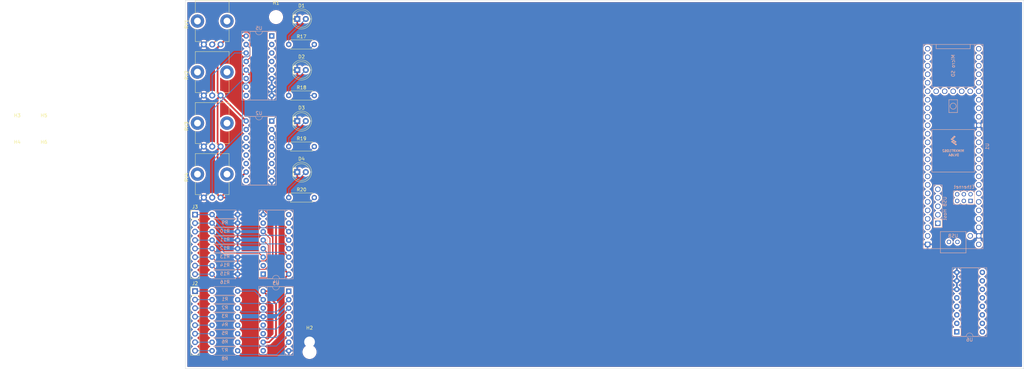
<source format=kicad_pcb>
(kicad_pcb (version 20171130) (host pcbnew "(5.1.6)-1")
  (layers (0 F.Cu signal) (31 B.Cu signal) (34 B.Paste user) (35 F.Paste user) (36 B.SilkS user) (37 F.SilkS user) (38 B.Mask user) (39 F.Mask user) (44 Edge.Cuts user))
  (net 0 "")
  (net 1 GND)
  (net 2 VCC)
  (net 3 "Net-(J2-Pad8)")
  (net 4 "Net-(J2-Pad7)")
  (net 5 "Net-(J2-Pad6)")
  (net 6 "Net-(J2-Pad5)")
  (net 7 "Net-(J2-Pad4)")
  (net 8 "Net-(J2-Pad3)")
  (net 9 "Net-(J2-Pad2)")
  (net 10 "Net-(J2-Pad1)")
  (net 11 "Net-(J3-Pad8)")
  (net 12 "Net-(J3-Pad7)")
  (net 13 "Net-(J3-Pad6)")
  (net 14 "Net-(J3-Pad5)")
  (net 15 "Net-(J3-Pad4)")
  (net 16 "Net-(J3-Pad3)")
  (net 17 "Net-(J3-Pad2)")
  (net 18 "Net-(J3-Pad1)")
  (net 19 "Net-(R1-Pad2)")
  (net 20 "Net-(R2-Pad2)")
  (net 21 "Net-(R3-Pad2)")
  (net 22 "Net-(R4-Pad2)")
  (net 23 "Net-(R5-Pad2)")
  (net 24 "Net-(R6-Pad2)")
  (net 25 "Net-(R7-Pad2)")
  (net 26 "Net-(R8-Pad2)")
  (net 27 "Net-(U1-Pad66)")
  (net 28 "Net-(U1-Pad67)")
  (net 29 "Net-(U1-Pad54)")
  (net 30 "Net-(U1-Pad53)")
  (net 31 "Net-(U1-Pad52)")
  (net 32 "Net-(U1-Pad51)")
  (net 33 "Net-(U1-Pad50)")
  (net 34 "Net-(U1-Pad62)")
  (net 35 "Net-(U1-Pad63)")
  (net 36 "Net-(U1-Pad64)")
  (net 37 "Net-(U1-Pad61)")
  (net 38 "Net-(U1-Pad65)")
  (net 39 "Net-(U1-Pad60)")
  (net 40 "Net-(U1-Pad17)")
  (net 41 "Net-(U1-Pad18)")
  (net 42 "Net-(U1-Pad19)")
  (net 43 "Net-(U1-Pad20)")
  (net 44 "Net-(U1-Pad16)")
  (net 45 "Net-(U1-Pad21)")
  (net 46 "Net-(U1-Pad22)")
  (net 47 "Net-(U1-Pad23)")
  (net 48 "Net-(U1-Pad24)")
  (net 49 "Net-(U1-Pad25)")
  (net 50 "Net-(U1-Pad26)")
  (net 51 "Net-(U1-Pad27)")
  (net 52 "Net-(U1-Pad28)")
  (net 53 "Net-(U1-Pad29)")
  (net 54 "Net-(U1-Pad30)")
  (net 55 "Net-(U1-Pad31)")
  (net 56 "Net-(U1-Pad32)")
  (net 57 "Net-(U1-Pad33)")
  (net 58 /Module1/IN_DATA_OUT)
  (net 59 IN_CLOCK)
  (net 60 IN_CLOCK_ENABLE)
  (net 61 IN_LOAD)
  (net 62 "Net-(U1-Pad35)")
  (net 63 "Net-(U1-Pad36)")
  (net 64 "Net-(U1-Pad37)")
  (net 65 OUT_CLOCK)
  (net 66 OUT_LATCH)
  (net 67 "Net-(U1-Pad40)")
  (net 68 "Net-(U1-Pad41)")
  (net 69 "Net-(U1-Pad42)")
  (net 70 "Net-(U1-Pad43)")
  (net 71 /Module1/OUT_DATA_IN)
  (net 72 "Net-(U1-Pad45)")
  (net 73 "Net-(U1-Pad46)")
  (net 74 "Net-(U1-Pad48)")
  (net 75 "Net-(U1-Pad55)")
  (net 76 "Net-(U1-Pad56)")
  (net 77 "Net-(U1-Pad57)")
  (net 78 "Net-(U1-Pad58)")
  (net 79 "Net-(U1-Pad59)")
  (net 80 "Net-(U1-Pad49)")
  (net 81 /Module1/OUT_DATA_OUT)
  (net 82 "Net-(U4-Pad7)")
  (net 83 /Module1/IN_DATA_IN)
  (net 84 "Net-(U2-Pad7)")
  (net 85 "Net-(U2-Pad6)")
  (net 86 "Net-(U2-Pad5)")
  (net 87 "Net-(U2-Pad4)")
  (net 88 "Net-(U5-Pad5)")
  (net 89 "Net-(U5-Pad4)")
  (net 90 "Net-(U5-Pad2)")
  (net 91 "Net-(U5-Pad1)")
  (net 92 "Net-(D1-Pad2)")
  (net 93 "Net-(D2-Pad2)")
  (net 94 "Net-(D3-Pad2)")
  (net 95 "Net-(D4-Pad2)")
  (net 96 "Net-(R17-Pad2)")
  (net 97 "Net-(R18-Pad2)")
  (net 98 "Net-(R19-Pad2)")
  (net 99 "Net-(R20-Pad2)")
  (net 100 /Module1/POT1)
  (net 101 /Module1/POT2)
  (net 102 /Module1/POT3)
  (net 103 /Module1/POT4)
  (net 104 /ANA_MAIN)
  (net 105 LED_LATCH)
  (net 106 LED_CLOCK)
  (net 107 /ANA_MAIN_CHAN2)
  (net 108 /ANA_MAIN_CHAN1)
  (net 109 /ANA_MAIN_CHAN0)
  (net 110 ANA_CHAN2)
  (net 111 ANA_CHAN1)
  (net 112 ANA_CHAN0)
  (net 113 /Module1/LED_DATA_IN)
  (net 114 /Module1/LED_DATA_OUT)
  (net 115 /Module1/ANA_OUT)
  (net 116 "Net-(U6-Pad15)")
  (net 117 "Net-(U6-Pad14)")
  (net 118 "Net-(U6-Pad5)")
  (net 119 "Net-(U6-Pad12)")
  (net 120 "Net-(U6-Pad4)")
  (net 121 "Net-(U6-Pad2)")
  (net 122 "Net-(U6-Pad1)")
  (module Package_DIP:DIP-16_W7.62mm_Socket (layer B.Cu) (at 250 129)
    (fp_text reference U6 (at 3.81 2.33) (layer B.SilkS) (effects (justify mirror)))
    (fp_text value 4051)
    (pad 16 thru_hole oval (at 7.62 0) (size 1.6 1.6) (drill 0.8) (layers *.Cu *.Mask) (net 2 VCC))
    (pad 8 thru_hole oval (at 0 -17.78) (size 1.6 1.6) (drill 0.8) (layers *.Cu *.Mask) (net 1 GND))
    (pad 15 thru_hole oval (at 7.62 -2.54) (size 1.6 1.6) (drill 0.8) (layers *.Cu *.Mask) (net 116 "Net-(U6-Pad15)"))
    (pad 7 thru_hole oval (at 0 -15.24) (size 1.6 1.6) (drill 0.8) (layers *.Cu *.Mask) (net 1 GND))
    (pad 14 thru_hole oval (at 7.62 -5.08) (size 1.6 1.6) (drill 0.8) (layers *.Cu *.Mask) (net 117 "Net-(U6-Pad14)"))
    (pad 6 thru_hole oval (at 0 -12.7) (size 1.6 1.6) (drill 0.8) (layers *.Cu *.Mask) (net 1 GND))
    (pad 13 thru_hole oval (at 7.62 -7.62) (size 1.6 1.6) (drill 0.8) (layers *.Cu *.Mask) (net 115 /Module1/ANA_OUT))
    (pad 5 thru_hole oval (at 0 -10.16) (size 1.6 1.6) (drill 0.8) (layers *.Cu *.Mask) (net 118 "Net-(U6-Pad5)"))
    (pad 12 thru_hole oval (at 7.62 -10.16) (size 1.6 1.6) (drill 0.8) (layers *.Cu *.Mask) (net 119 "Net-(U6-Pad12)"))
    (pad 4 thru_hole oval (at 0 -7.62) (size 1.6 1.6) (drill 0.8) (layers *.Cu *.Mask) (net 120 "Net-(U6-Pad4)"))
    (pad 11 thru_hole oval (at 7.62 -12.7) (size 1.6 1.6) (drill 0.8) (layers *.Cu *.Mask) (net 109 /ANA_MAIN_CHAN0))
    (pad 3 thru_hole oval (at 0 -5.08) (size 1.6 1.6) (drill 0.8) (layers *.Cu *.Mask) (net 104 /ANA_MAIN))
    (pad 10 thru_hole oval (at 7.62 -15.24) (size 1.6 1.6) (drill 0.8) (layers *.Cu *.Mask) (net 108 /ANA_MAIN_CHAN1))
    (pad 2 thru_hole oval (at 0 -2.54) (size 1.6 1.6) (drill 0.8) (layers *.Cu *.Mask) (net 121 "Net-(U6-Pad2)"))
    (pad 9 thru_hole oval (at 7.62 -17.78) (size 1.6 1.6) (drill 0.8) (layers *.Cu *.Mask) (net 107 /ANA_MAIN_CHAN2))
    (pad 1 thru_hole rect (at 0 0) (size 1.6 1.6) (drill 0.8) (layers *.Cu *.Mask) (net 122 "Net-(U6-Pad1)"))
  )
  (module MountingHole:MountingHole_3.2mm_M3 (layer F.Cu) (at -22.2 76.53)
    (fp_text reference H6 (at 0 -4.2) (layer F.SilkS))
    (fp_text value MountingHole)
    (pad 1 np_thru_hole circle (at 0 0) (size 3.2 3.2) (drill 3.2) (layers *.Cu *.Mask))
  )
  (module MountingHole:MountingHole_3.2mm_M3 (layer F.Cu) (at -22.2 68.58)
    (fp_text reference H5 (at 0 -4.2) (layer F.SilkS))
    (fp_text value MountingHole)
    (pad 1 np_thru_hole circle (at 0 0) (size 3.2 3.2) (drill 3.2) (layers *.Cu *.Mask))
  )
  (module MountingHole:MountingHole_3.2mm_M3 (layer F.Cu) (at -30.15 76.53)
    (fp_text reference H4 (at 0 -4.2) (layer F.SilkS))
    (fp_text value MountingHole)
    (pad 1 np_thru_hole circle (at 0 0) (size 3.2 3.2) (drill 3.2) (layers *.Cu *.Mask))
  )
  (module MountingHole:MountingHole_3.2mm_M3 (layer F.Cu) (at -30.15 68.58)
    (fp_text reference H3 (at 0 -4.2) (layer F.SilkS))
    (fp_text value MountingHole)
    (pad 1 np_thru_hole circle (at 0 0) (size 3.2 3.2) (drill 3.2) (layers *.Cu *.Mask))
  )
  (module MountingHole:MountingHole_3.2mm_M3 (layer F.Cu) (at 57 132)
    (fp_text reference H2 (at 0 -4.2) (layer F.SilkS))
    (fp_text value MountingHole)
    (pad 1 np_thru_hole circle (at 0 0) (size 3.2 3.2) (drill 3.2) (layers *.Cu *.Mask))
  )
  (module MountingHole:MountingHole_3.2mm_M3 (layer F.Cu) (at 47 35)
    (fp_text reference H1 (at 0 -4.2) (layer F.SilkS))
    (fp_text value MountingHole)
    (pad 1 np_thru_hole circle (at 0 0) (size 3.2 3.2) (drill 3.2) (layers *.Cu *.Mask))
  )
  (module Resistor_THT:R_Axial_DIN0207_L6.3mm_D2.5mm_P7.62mm_Horizontal (layer F.Cu) (at 50.8 88.9)
    (fp_text reference R20 (at 3.81 -2.37) (layer F.SilkS))
    (fp_text value 680)
    (pad 2 thru_hole oval (at 7.62 0) (size 1.6 1.6) (drill 0.8) (layers *.Cu *.Mask) (net 99 "Net-(R20-Pad2)"))
    (pad 1 thru_hole circle (at 0 0) (size 1.6 1.6) (drill 0.8) (layers *.Cu *.Mask) (net 95 "Net-(D4-Pad2)"))
  )
  (module Resistor_THT:R_Axial_DIN0207_L6.3mm_D2.5mm_P7.62mm_Horizontal (layer F.Cu) (at 50.8 73.66)
    (fp_text reference R19 (at 3.81 -2.37) (layer F.SilkS))
    (fp_text value 680)
    (pad 2 thru_hole oval (at 7.62 0) (size 1.6 1.6) (drill 0.8) (layers *.Cu *.Mask) (net 98 "Net-(R19-Pad2)"))
    (pad 1 thru_hole circle (at 0 0) (size 1.6 1.6) (drill 0.8) (layers *.Cu *.Mask) (net 94 "Net-(D3-Pad2)"))
  )
  (module Resistor_THT:R_Axial_DIN0207_L6.3mm_D2.5mm_P7.62mm_Horizontal (layer F.Cu) (at 50.8 58.42)
    (fp_text reference R18 (at 3.81 -2.37) (layer F.SilkS))
    (fp_text value 680)
    (pad 2 thru_hole oval (at 7.62 0) (size 1.6 1.6) (drill 0.8) (layers *.Cu *.Mask) (net 97 "Net-(R18-Pad2)"))
    (pad 1 thru_hole circle (at 0 0) (size 1.6 1.6) (drill 0.8) (layers *.Cu *.Mask) (net 93 "Net-(D2-Pad2)"))
  )
  (module Resistor_THT:R_Axial_DIN0207_L6.3mm_D2.5mm_P7.62mm_Horizontal (layer F.Cu) (at 50.8 43.18)
    (fp_text reference R17 (at 3.81 -2.37) (layer F.SilkS))
    (fp_text value 680)
    (pad 2 thru_hole oval (at 7.62 0) (size 1.6 1.6) (drill 0.8) (layers *.Cu *.Mask) (net 96 "Net-(R17-Pad2)"))
    (pad 1 thru_hole circle (at 0 0) (size 1.6 1.6) (drill 0.8) (layers *.Cu *.Mask) (net 92 "Net-(D1-Pad2)"))
  )
  (module LED_THT:LED_D5.0mm (layer F.Cu) (at 53.34 81.28)
    (fp_text reference D4 (at 1.27 -3.96) (layer F.SilkS))
    (fp_text value LED)
    (pad 2 thru_hole circle (at 2.54 0) (size 1.8 1.8) (drill 0.9) (layers *.Cu *.Mask) (net 95 "Net-(D4-Pad2)"))
    (pad 1 thru_hole rect (at 0 0) (size 1.8 1.8) (drill 0.9) (layers *.Cu *.Mask) (net 1 GND))
  )
  (module LED_THT:LED_D5.0mm (layer F.Cu) (at 53.34 66.04)
    (fp_text reference D3 (at 1.27 -3.96) (layer F.SilkS))
    (fp_text value LED)
    (pad 2 thru_hole circle (at 2.54 0) (size 1.8 1.8) (drill 0.9) (layers *.Cu *.Mask) (net 94 "Net-(D3-Pad2)"))
    (pad 1 thru_hole rect (at 0 0) (size 1.8 1.8) (drill 0.9) (layers *.Cu *.Mask) (net 1 GND))
  )
  (module LED_THT:LED_D5.0mm (layer F.Cu) (at 53.34 50.8)
    (fp_text reference D2 (at 1.27 -3.96) (layer F.SilkS))
    (fp_text value LED)
    (pad 2 thru_hole circle (at 2.54 0) (size 1.8 1.8) (drill 0.9) (layers *.Cu *.Mask) (net 93 "Net-(D2-Pad2)"))
    (pad 1 thru_hole rect (at 0 0) (size 1.8 1.8) (drill 0.9) (layers *.Cu *.Mask) (net 1 GND))
  )
  (module LED_THT:LED_D5.0mm (layer F.Cu) (at 53.34 35.56)
    (fp_text reference D1 (at 1.27 -3.96) (layer F.SilkS))
    (fp_text value LED)
    (pad 2 thru_hole circle (at 2.54 0) (size 1.8 1.8) (drill 0.9) (layers *.Cu *.Mask) (net 92 "Net-(D1-Pad2)"))
    (pad 1 thru_hole rect (at 0 0) (size 1.8 1.8) (drill 0.9) (layers *.Cu *.Mask) (net 1 GND))
  )
  (module Potentiometer_THT:Potentiometer_Alps_RK09K_Single_Vertical (layer F.Cu) (at 30.48 88.9 90)
    (fp_text reference RV4 (at 6.05 -10.15 90) (layer F.SilkS))
    (fp_text value R_POT)
    (pad "" np_thru_hole circle (at 7 1.9 90) (size 4 4) (drill 2) (layers *.Cu *.Mask))
    (pad "" np_thru_hole circle (at 7 -6.9 90) (size 4 4) (drill 2) (layers *.Cu *.Mask))
    (pad 1 thru_hole circle (at 0 0 90) (size 1.8 1.8) (drill 1) (layers *.Cu *.Mask) (net 2 VCC))
    (pad 2 thru_hole circle (at 0 -2.5 90) (size 1.8 1.8) (drill 1) (layers *.Cu *.Mask) (net 103 /Module1/POT4))
    (pad 3 thru_hole circle (at 0 -5 90) (size 1.8 1.8) (drill 1) (layers *.Cu *.Mask) (net 1 GND))
  )
  (module Potentiometer_THT:Potentiometer_Alps_RK09K_Single_Vertical (layer F.Cu) (at 30.48 73.66 90)
    (fp_text reference RV3 (at 6.05 -10.15 90) (layer F.SilkS))
    (fp_text value R_POT)
    (pad "" np_thru_hole circle (at 7 1.9 90) (size 4 4) (drill 2) (layers *.Cu *.Mask))
    (pad "" np_thru_hole circle (at 7 -6.9 90) (size 4 4) (drill 2) (layers *.Cu *.Mask))
    (pad 1 thru_hole circle (at 0 0 90) (size 1.8 1.8) (drill 1) (layers *.Cu *.Mask) (net 2 VCC))
    (pad 2 thru_hole circle (at 0 -2.5 90) (size 1.8 1.8) (drill 1) (layers *.Cu *.Mask) (net 102 /Module1/POT3))
    (pad 3 thru_hole circle (at 0 -5 90) (size 1.8 1.8) (drill 1) (layers *.Cu *.Mask) (net 1 GND))
  )
  (module Potentiometer_THT:Potentiometer_Alps_RK09K_Single_Vertical (layer F.Cu) (at 30.48 58.42 90)
    (fp_text reference RV2 (at 6.05 -10.15 90) (layer F.SilkS))
    (fp_text value R_POT)
    (pad "" np_thru_hole circle (at 7 1.9 90) (size 4 4) (drill 2) (layers *.Cu *.Mask))
    (pad "" np_thru_hole circle (at 7 -6.9 90) (size 4 4) (drill 2) (layers *.Cu *.Mask))
    (pad 1 thru_hole circle (at 0 0 90) (size 1.8 1.8) (drill 1) (layers *.Cu *.Mask) (net 2 VCC))
    (pad 2 thru_hole circle (at 0 -2.5 90) (size 1.8 1.8) (drill 1) (layers *.Cu *.Mask) (net 101 /Module1/POT2))
    (pad 3 thru_hole circle (at 0 -5 90) (size 1.8 1.8) (drill 1) (layers *.Cu *.Mask) (net 1 GND))
  )
  (module Package_DIP:DIP-16_W7.62mm_Socket (layer B.Cu) (at 45.72 40.64 180)
    (fp_text reference U5 (at 3.81 2.33) (layer B.SilkS) (effects (justify mirror)))
    (fp_text value 4051)
    (pad 16 thru_hole oval (at 7.62 0 180) (size 1.6 1.6) (drill 0.8) (layers *.Cu *.Mask) (net 2 VCC))
    (pad 8 thru_hole oval (at 0 -17.78 180) (size 1.6 1.6) (drill 0.8) (layers *.Cu *.Mask) (net 1 GND))
    (pad 15 thru_hole oval (at 7.62 -2.54 180) (size 1.6 1.6) (drill 0.8) (layers *.Cu *.Mask) (net 102 /Module1/POT3))
    (pad 7 thru_hole oval (at 0 -15.24 180) (size 1.6 1.6) (drill 0.8) (layers *.Cu *.Mask) (net 1 GND))
    (pad 14 thru_hole oval (at 7.62 -5.08 180) (size 1.6 1.6) (drill 0.8) (layers *.Cu *.Mask) (net 101 /Module1/POT2))
    (pad 6 thru_hole oval (at 0 -12.7 180) (size 1.6 1.6) (drill 0.8) (layers *.Cu *.Mask) (net 1 GND))
    (pad 13 thru_hole oval (at 7.62 -7.62 180) (size 1.6 1.6) (drill 0.8) (layers *.Cu *.Mask) (net 100 /Module1/POT1))
    (pad 5 thru_hole oval (at 0 -10.16 180) (size 1.6 1.6) (drill 0.8) (layers *.Cu *.Mask) (net 88 "Net-(U5-Pad5)"))
    (pad 12 thru_hole oval (at 7.62 -10.16 180) (size 1.6 1.6) (drill 0.8) (layers *.Cu *.Mask) (net 103 /Module1/POT4))
    (pad 4 thru_hole oval (at 0 -7.62 180) (size 1.6 1.6) (drill 0.8) (layers *.Cu *.Mask) (net 89 "Net-(U5-Pad4)"))
    (pad 11 thru_hole oval (at 7.62 -12.7 180) (size 1.6 1.6) (drill 0.8) (layers *.Cu *.Mask) (net 112 ANA_CHAN0))
    (pad 3 thru_hole oval (at 0 -5.08 180) (size 1.6 1.6) (drill 0.8) (layers *.Cu *.Mask) (net 115 /Module1/ANA_OUT))
    (pad 10 thru_hole oval (at 7.62 -15.24 180) (size 1.6 1.6) (drill 0.8) (layers *.Cu *.Mask) (net 111 ANA_CHAN1))
    (pad 2 thru_hole oval (at 0 -2.54 180) (size 1.6 1.6) (drill 0.8) (layers *.Cu *.Mask) (net 90 "Net-(U5-Pad2)"))
    (pad 9 thru_hole oval (at 7.62 -17.78 180) (size 1.6 1.6) (drill 0.8) (layers *.Cu *.Mask) (net 110 ANA_CHAN2))
    (pad 1 thru_hole rect (at 0 0 180) (size 1.6 1.6) (drill 0.8) (layers *.Cu *.Mask) (net 91 "Net-(U5-Pad1)"))
  )
  (module Package_DIP:DIP-16_W7.62mm_Socket (layer B.Cu) (at 45.72 66.04 180)
    (fp_text reference U2 (at 3.81 2.33) (layer B.SilkS) (effects (justify mirror)))
    (fp_text value 74HC595)
    (pad 16 thru_hole oval (at 7.62 0 180) (size 1.6 1.6) (drill 0.8) (layers *.Cu *.Mask) (net 2 VCC))
    (pad 8 thru_hole oval (at 0 -17.78 180) (size 1.6 1.6) (drill 0.8) (layers *.Cu *.Mask) (net 1 GND))
    (pad 15 thru_hole oval (at 7.62 -2.54 180) (size 1.6 1.6) (drill 0.8) (layers *.Cu *.Mask) (net 96 "Net-(R17-Pad2)"))
    (pad 7 thru_hole oval (at 0 -15.24 180) (size 1.6 1.6) (drill 0.8) (layers *.Cu *.Mask) (net 84 "Net-(U2-Pad7)"))
    (pad 14 thru_hole oval (at 7.62 -5.08 180) (size 1.6 1.6) (drill 0.8) (layers *.Cu *.Mask) (net 113 /Module1/LED_DATA_IN))
    (pad 6 thru_hole oval (at 0 -12.7 180) (size 1.6 1.6) (drill 0.8) (layers *.Cu *.Mask) (net 85 "Net-(U2-Pad6)"))
    (pad 13 thru_hole oval (at 7.62 -7.62 180) (size 1.6 1.6) (drill 0.8) (layers *.Cu *.Mask) (net 1 GND))
    (pad 5 thru_hole oval (at 0 -10.16 180) (size 1.6 1.6) (drill 0.8) (layers *.Cu *.Mask) (net 86 "Net-(U2-Pad5)"))
    (pad 12 thru_hole oval (at 7.62 -10.16 180) (size 1.6 1.6) (drill 0.8) (layers *.Cu *.Mask) (net 105 LED_LATCH))
    (pad 4 thru_hole oval (at 0 -7.62 180) (size 1.6 1.6) (drill 0.8) (layers *.Cu *.Mask) (net 87 "Net-(U2-Pad4)"))
    (pad 11 thru_hole oval (at 7.62 -12.7 180) (size 1.6 1.6) (drill 0.8) (layers *.Cu *.Mask) (net 106 LED_CLOCK))
    (pad 3 thru_hole oval (at 0 -5.08 180) (size 1.6 1.6) (drill 0.8) (layers *.Cu *.Mask) (net 99 "Net-(R20-Pad2)"))
    (pad 10 thru_hole oval (at 7.62 -15.24 180) (size 1.6 1.6) (drill 0.8) (layers *.Cu *.Mask) (net 2 VCC))
    (pad 2 thru_hole oval (at 0 -2.54 180) (size 1.6 1.6) (drill 0.8) (layers *.Cu *.Mask) (net 98 "Net-(R19-Pad2)"))
    (pad 9 thru_hole oval (at 7.62 -17.78 180) (size 1.6 1.6) (drill 0.8) (layers *.Cu *.Mask) (net 114 /Module1/LED_DATA_OUT))
    (pad 1 thru_hole rect (at 0 0 180) (size 1.6 1.6) (drill 0.8) (layers *.Cu *.Mask) (net 97 "Net-(R18-Pad2)"))
  )
  (module Potentiometer_THT:Potentiometer_Alps_RK09K_Single_Vertical (layer F.Cu) (at 30.48 43.18 90)
    (fp_text reference RV1 (at 6.05 -10.15 90) (layer F.SilkS))
    (fp_text value R_POT)
    (pad "" np_thru_hole circle (at 7 1.9 90) (size 4 4) (drill 2) (layers *.Cu *.Mask))
    (pad "" np_thru_hole circle (at 7 -6.9 90) (size 4 4) (drill 2) (layers *.Cu *.Mask))
    (pad 1 thru_hole circle (at 0 0 90) (size 1.8 1.8) (drill 1) (layers *.Cu *.Mask) (net 2 VCC))
    (pad 2 thru_hole circle (at 0 -2.5 90) (size 1.8 1.8) (drill 1) (layers *.Cu *.Mask) (net 100 /Module1/POT1))
    (pad 3 thru_hole circle (at 0 -5 90) (size 1.8 1.8) (drill 1) (layers *.Cu *.Mask) (net 1 GND))
  )
  (module Package_DIP:DIP-16_W7.62mm_Socket (layer B.Cu) (at 43.18 111.76)
    (fp_text reference U4 (at 3.81 2.33 180) (layer B.SilkS) (effects (justify mirror)))
    (fp_text value 74HC165)
    (pad 16 thru_hole oval (at 7.62 0) (size 1.6 1.6) (drill 0.8) (layers *.Cu *.Mask) (net 2 VCC))
    (pad 8 thru_hole oval (at 0 -17.78) (size 1.6 1.6) (drill 0.8) (layers *.Cu *.Mask) (net 1 GND))
    (pad 15 thru_hole oval (at 7.62 -2.54) (size 1.6 1.6) (drill 0.8) (layers *.Cu *.Mask) (net 60 IN_CLOCK_ENABLE))
    (pad 7 thru_hole oval (at 0 -15.24) (size 1.6 1.6) (drill 0.8) (layers *.Cu *.Mask) (net 82 "Net-(U4-Pad7)"))
    (pad 14 thru_hole oval (at 7.62 -5.08) (size 1.6 1.6) (drill 0.8) (layers *.Cu *.Mask) (net 15 "Net-(J3-Pad4)"))
    (pad 6 thru_hole oval (at 0 -12.7) (size 1.6 1.6) (drill 0.8) (layers *.Cu *.Mask) (net 11 "Net-(J3-Pad8)"))
    (pad 13 thru_hole oval (at 7.62 -7.62) (size 1.6 1.6) (drill 0.8) (layers *.Cu *.Mask) (net 16 "Net-(J3-Pad3)"))
    (pad 5 thru_hole oval (at 0 -10.16) (size 1.6 1.6) (drill 0.8) (layers *.Cu *.Mask) (net 12 "Net-(J3-Pad7)"))
    (pad 12 thru_hole oval (at 7.62 -10.16) (size 1.6 1.6) (drill 0.8) (layers *.Cu *.Mask) (net 17 "Net-(J3-Pad2)"))
    (pad 4 thru_hole oval (at 0 -7.62) (size 1.6 1.6) (drill 0.8) (layers *.Cu *.Mask) (net 13 "Net-(J3-Pad6)"))
    (pad 11 thru_hole oval (at 7.62 -12.7) (size 1.6 1.6) (drill 0.8) (layers *.Cu *.Mask) (net 18 "Net-(J3-Pad1)"))
    (pad 3 thru_hole oval (at 0 -5.08) (size 1.6 1.6) (drill 0.8) (layers *.Cu *.Mask) (net 14 "Net-(J3-Pad5)"))
    (pad 10 thru_hole oval (at 7.62 -15.24) (size 1.6 1.6) (drill 0.8) (layers *.Cu *.Mask) (net 58 /Module1/IN_DATA_OUT))
    (pad 2 thru_hole oval (at 0 -2.54) (size 1.6 1.6) (drill 0.8) (layers *.Cu *.Mask) (net 59 IN_CLOCK))
    (pad 9 thru_hole oval (at 7.62 -17.78) (size 1.6 1.6) (drill 0.8) (layers *.Cu *.Mask) (net 83 /Module1/IN_DATA_IN))
    (pad 1 thru_hole rect (at 0 0) (size 1.6 1.6) (drill 0.8) (layers *.Cu *.Mask) (net 61 IN_LOAD))
  )
  (module Package_DIP:DIP-16_W7.62mm_Socket (layer B.Cu) (at 50.8 116.84 180)
    (fp_text reference U3 (at 3.81 2.33 180) (layer B.SilkS) (effects (justify mirror)))
    (fp_text value 74HC595)
    (pad 16 thru_hole oval (at 7.62 0 180) (size 1.6 1.6) (drill 0.8) (layers *.Cu *.Mask) (net 2 VCC))
    (pad 8 thru_hole oval (at 0 -17.78 180) (size 1.6 1.6) (drill 0.8) (layers *.Cu *.Mask) (net 1 GND))
    (pad 15 thru_hole oval (at 7.62 -2.54 180) (size 1.6 1.6) (drill 0.8) (layers *.Cu *.Mask) (net 19 "Net-(R1-Pad2)"))
    (pad 7 thru_hole oval (at 0 -15.24 180) (size 1.6 1.6) (drill 0.8) (layers *.Cu *.Mask) (net 26 "Net-(R8-Pad2)"))
    (pad 14 thru_hole oval (at 7.62 -5.08 180) (size 1.6 1.6) (drill 0.8) (layers *.Cu *.Mask) (net 71 /Module1/OUT_DATA_IN))
    (pad 6 thru_hole oval (at 0 -12.7 180) (size 1.6 1.6) (drill 0.8) (layers *.Cu *.Mask) (net 25 "Net-(R7-Pad2)"))
    (pad 13 thru_hole oval (at 7.62 -7.62 180) (size 1.6 1.6) (drill 0.8) (layers *.Cu *.Mask) (net 1 GND))
    (pad 5 thru_hole oval (at 0 -10.16 180) (size 1.6 1.6) (drill 0.8) (layers *.Cu *.Mask) (net 24 "Net-(R6-Pad2)"))
    (pad 12 thru_hole oval (at 7.62 -10.16 180) (size 1.6 1.6) (drill 0.8) (layers *.Cu *.Mask) (net 66 OUT_LATCH))
    (pad 4 thru_hole oval (at 0 -7.62 180) (size 1.6 1.6) (drill 0.8) (layers *.Cu *.Mask) (net 23 "Net-(R5-Pad2)"))
    (pad 11 thru_hole oval (at 7.62 -12.7 180) (size 1.6 1.6) (drill 0.8) (layers *.Cu *.Mask) (net 65 OUT_CLOCK))
    (pad 3 thru_hole oval (at 0 -5.08 180) (size 1.6 1.6) (drill 0.8) (layers *.Cu *.Mask) (net 22 "Net-(R4-Pad2)"))
    (pad 10 thru_hole oval (at 7.62 -15.24 180) (size 1.6 1.6) (drill 0.8) (layers *.Cu *.Mask) (net 2 VCC))
    (pad 2 thru_hole oval (at 0 -2.54 180) (size 1.6 1.6) (drill 0.8) (layers *.Cu *.Mask) (net 21 "Net-(R3-Pad2)"))
    (pad 9 thru_hole oval (at 7.62 -17.78 180) (size 1.6 1.6) (drill 0.8) (layers *.Cu *.Mask) (net 81 /Module1/OUT_DATA_OUT))
    (pad 1 thru_hole rect (at 0 0 180) (size 1.6 1.6) (drill 0.8) (layers *.Cu *.Mask) (net 20 "Net-(R2-Pad2)"))
  )
  (module teensy:Teensy41 (layer B.Cu) (at 248.92 73.66 90)
    (fp_text reference U1 (at 0 10.16 90) (layer B.SilkS) (effects (justify mirror)))
    (fp_text value Teensy4.1)
    (fp_text user "USB Host" (at -18.4658 -2.4892 90) (layer B.SilkS) (effects (justify mirror)))
    (fp_text user Ethernet (at -12.065 3.2766 180) (layer B.SilkS) (effects (justify mirror)))
    (fp_text user USB (at -26.67 0) (layer B.SilkS) (effects (justify mirror)))
    (fp_text user "Micro SD" (at 24.13 0 90) (layer B.SilkS) (effects (justify mirror)))
    (fp_text user MIMXRT1062 (at -1.27 0) (layer B.SilkS) (effects (font (size 0.7 0.7)) (justify mirror)))
    (fp_text user DVJ6A (at -2.54 0.18) (layer B.SilkS) (effects (font (size 0.7 0.7)) (justify mirror)))
    (pad 66 thru_hole circle (at -28.48 1.27 90) (size 1.3 1.3) (drill 0.8) (layers *.Cu *.Mask) (net 27 "Net-(U1-Pad66)"))
    (pad 67 thru_hole circle (at -28.48 -1.27 90) (size 1.3 1.3) (drill 0.8) (layers *.Cu *.Mask) (net 28 "Net-(U1-Pad67)"))
    (pad 54 thru_hole circle (at 16.51 5.08 90) (size 1.6 1.6) (drill 1.1) (layers *.Cu *.Mask) (net 29 "Net-(U1-Pad54)"))
    (pad 53 thru_hole circle (at 16.51 2.54 90) (size 1.6 1.6) (drill 1.1) (layers *.Cu *.Mask) (net 30 "Net-(U1-Pad53)"))
    (pad 52 thru_hole circle (at 16.51 0 90) (size 1.6 1.6) (drill 1.1) (layers *.Cu *.Mask) (net 31 "Net-(U1-Pad52)"))
    (pad 51 thru_hole circle (at 16.51 -2.54 90) (size 1.6 1.6) (drill 1.1) (layers *.Cu *.Mask) (net 32 "Net-(U1-Pad51)"))
    (pad 50 thru_hole circle (at 16.51 -5.08 90) (size 1.6 1.6) (drill 1.1) (layers *.Cu *.Mask) (net 33 "Net-(U1-Pad50)"))
    (pad 62 thru_hole circle (at -16.24 1.1816 90) (size 1.3 1.3) (drill 0.8) (layers *.Cu *.Mask) (net 34 "Net-(U1-Pad62)"))
    (pad 63 thru_hole circle (at -14.24 1.1816 90) (size 1.3 1.3) (drill 0.8) (layers *.Cu *.Mask) (net 35 "Net-(U1-Pad63)"))
    (pad 64 thru_hole circle (at -14.24 3.1816 90) (size 1.3 1.3) (drill 0.8) (layers *.Cu *.Mask) (net 36 "Net-(U1-Pad64)"))
    (pad 61 thru_hole circle (at -16.24 3.1816 90) (size 1.3 1.3) (drill 0.8) (layers *.Cu *.Mask) (net 37 "Net-(U1-Pad61)"))
    (pad 65 thru_hole circle (at -14.24 5.1816 90) (size 1.3 1.3) (drill 0.8) (layers *.Cu *.Mask) (net 38 "Net-(U1-Pad65)"))
    (pad 60 thru_hole rect (at -16.24 5.1816 90) (size 1.3 1.3) (drill 0.8) (layers *.Cu *.Mask) (net 39 "Net-(U1-Pad60)"))
    (pad 17 thru_hole circle (at 11.43 -7.62 90) (size 1.6 1.6) (drill 1.1) (layers *.Cu *.Mask) (net 40 "Net-(U1-Pad17)"))
    (pad 18 thru_hole circle (at 13.97 -7.62 90) (size 1.6 1.6) (drill 1.1) (layers *.Cu *.Mask) (net 41 "Net-(U1-Pad18)"))
    (pad 19 thru_hole circle (at 16.51 -7.62 90) (size 1.6 1.6) (drill 1.1) (layers *.Cu *.Mask) (net 42 "Net-(U1-Pad19)"))
    (pad 20 thru_hole circle (at 19.05 -7.62 90) (size 1.6 1.6) (drill 1.1) (layers *.Cu *.Mask) (net 43 "Net-(U1-Pad20)"))
    (pad 16 thru_hole circle (at 8.89 -7.62 90) (size 1.6 1.6) (drill 1.1) (layers *.Cu *.Mask) (net 44 "Net-(U1-Pad16)"))
    (pad 15 thru_hole circle (at 6.35 -7.62 90) (size 1.6 1.6) (drill 1.1) (layers *.Cu *.Mask) (net 2 VCC))
    (pad 14 thru_hole circle (at 3.81 -7.62 90) (size 1.6 1.6) (drill 1.1) (layers *.Cu *.Mask) (net 104 /ANA_MAIN))
    (pad 21 thru_hole circle (at 21.59 -7.62 90) (size 1.6 1.6) (drill 1.1) (layers *.Cu *.Mask) (net 45 "Net-(U1-Pad21)"))
    (pad 22 thru_hole circle (at 24.13 -7.62 90) (size 1.6 1.6) (drill 1.1) (layers *.Cu *.Mask) (net 46 "Net-(U1-Pad22)"))
    (pad 23 thru_hole circle (at 26.67 -7.62 90) (size 1.6 1.6) (drill 1.1) (layers *.Cu *.Mask) (net 47 "Net-(U1-Pad23)"))
    (pad 24 thru_hole circle (at 29.21 -7.62 90) (size 1.6 1.6) (drill 1.1) (layers *.Cu *.Mask) (net 48 "Net-(U1-Pad24)"))
    (pad 25 thru_hole circle (at 29.21 7.62 90) (size 1.6 1.6) (drill 1.1) (layers *.Cu *.Mask) (net 49 "Net-(U1-Pad25)"))
    (pad 26 thru_hole circle (at 26.67 7.62 90) (size 1.6 1.6) (drill 1.1) (layers *.Cu *.Mask) (net 50 "Net-(U1-Pad26)"))
    (pad 27 thru_hole circle (at 24.13 7.62 90) (size 1.6 1.6) (drill 1.1) (layers *.Cu *.Mask) (net 51 "Net-(U1-Pad27)"))
    (pad 28 thru_hole circle (at 21.59 7.62 90) (size 1.6 1.6) (drill 1.1) (layers *.Cu *.Mask) (net 52 "Net-(U1-Pad28)"))
    (pad 29 thru_hole circle (at 19.05 7.62 90) (size 1.6 1.6) (drill 1.1) (layers *.Cu *.Mask) (net 53 "Net-(U1-Pad29)"))
    (pad 30 thru_hole circle (at 16.51 7.62 90) (size 1.6 1.6) (drill 1.1) (layers *.Cu *.Mask) (net 54 "Net-(U1-Pad30)"))
    (pad 31 thru_hole circle (at 13.97 7.62 90) (size 1.6 1.6) (drill 1.1) (layers *.Cu *.Mask) (net 55 "Net-(U1-Pad31)"))
    (pad 32 thru_hole circle (at 11.43 7.62 90) (size 1.6 1.6) (drill 1.1) (layers *.Cu *.Mask) (net 56 "Net-(U1-Pad32)"))
    (pad 33 thru_hole circle (at 8.89 7.62 90) (size 1.6 1.6) (drill 1.1) (layers *.Cu *.Mask) (net 57 "Net-(U1-Pad33)"))
    (pad 34 thru_hole circle (at 6.35 7.62 90) (size 1.6 1.6) (drill 1.1) (layers *.Cu *.Mask) (net 1 GND))
    (pad 13 thru_hole circle (at 1.27 -7.62 90) (size 1.6 1.6) (drill 1.1) (layers *.Cu *.Mask) (net 58 /Module1/IN_DATA_OUT))
    (pad 12 thru_hole circle (at -1.27 -7.62 90) (size 1.6 1.6) (drill 1.1) (layers *.Cu *.Mask) (net 59 IN_CLOCK))
    (pad 11 thru_hole circle (at -3.81 -7.62 90) (size 1.6 1.6) (drill 1.1) (layers *.Cu *.Mask) (net 60 IN_CLOCK_ENABLE))
    (pad 10 thru_hole circle (at -6.35 -7.62 90) (size 1.6 1.6) (drill 1.1) (layers *.Cu *.Mask) (net 61 IN_LOAD))
    (pad 9 thru_hole circle (at -8.89 -7.62 90) (size 1.6 1.6) (drill 1.1) (layers *.Cu *.Mask) (net 105 LED_LATCH))
    (pad 8 thru_hole circle (at -11.43 -7.62 90) (size 1.6 1.6) (drill 1.1) (layers *.Cu *.Mask) (net 106 LED_CLOCK))
    (pad 7 thru_hole circle (at -13.97 -7.62 90) (size 1.6 1.6) (drill 1.1) (layers *.Cu *.Mask) (net 107 /ANA_MAIN_CHAN2))
    (pad 6 thru_hole circle (at -16.51 -7.62 90) (size 1.6 1.6) (drill 1.1) (layers *.Cu *.Mask) (net 108 /ANA_MAIN_CHAN1))
    (pad 5 thru_hole circle (at -19.05 -7.62 90) (size 1.6 1.6) (drill 1.1) (layers *.Cu *.Mask) (net 109 /ANA_MAIN_CHAN0))
    (pad 4 thru_hole circle (at -21.59 -7.62 90) (size 1.6 1.6) (drill 1.1) (layers *.Cu *.Mask) (net 110 ANA_CHAN2))
    (pad 3 thru_hole circle (at -24.13 -7.62 90) (size 1.6 1.6) (drill 1.1) (layers *.Cu *.Mask) (net 111 ANA_CHAN1))
    (pad 2 thru_hole circle (at -26.67 -7.62 90) (size 1.6 1.6) (drill 1.1) (layers *.Cu *.Mask) (net 112 ANA_CHAN0))
    (pad 1 thru_hole rect (at -29.21 -7.62 90) (size 1.6 1.6) (drill 1.1) (layers *.Cu *.Mask) (net 1 GND))
    (pad 35 thru_hole circle (at 3.81 7.62 90) (size 1.6 1.6) (drill 1.1) (layers *.Cu *.Mask) (net 62 "Net-(U1-Pad35)"))
    (pad 36 thru_hole circle (at 1.27 7.62 90) (size 1.6 1.6) (drill 1.1) (layers *.Cu *.Mask) (net 63 "Net-(U1-Pad36)"))
    (pad 37 thru_hole circle (at -1.27 7.62 90) (size 1.6 1.6) (drill 1.1) (layers *.Cu *.Mask) (net 64 "Net-(U1-Pad37)"))
    (pad 38 thru_hole circle (at -3.81 7.62 90) (size 1.6 1.6) (drill 1.1) (layers *.Cu *.Mask) (net 65 OUT_CLOCK))
    (pad 39 thru_hole circle (at -6.35 7.62 90) (size 1.6 1.6) (drill 1.1) (layers *.Cu *.Mask) (net 66 OUT_LATCH))
    (pad 40 thru_hole circle (at -8.89 7.62 90) (size 1.6 1.6) (drill 1.1) (layers *.Cu *.Mask) (net 67 "Net-(U1-Pad40)"))
    (pad 41 thru_hole circle (at -11.43 7.62 90) (size 1.6 1.6) (drill 1.1) (layers *.Cu *.Mask) (net 68 "Net-(U1-Pad41)"))
    (pad 42 thru_hole circle (at -13.97 7.62 90) (size 1.6 1.6) (drill 1.1) (layers *.Cu *.Mask) (net 69 "Net-(U1-Pad42)"))
    (pad 43 thru_hole circle (at -16.51 7.62 90) (size 1.6 1.6) (drill 1.1) (layers *.Cu *.Mask) (net 70 "Net-(U1-Pad43)"))
    (pad 44 thru_hole circle (at -19.05 7.62 90) (size 1.6 1.6) (drill 1.1) (layers *.Cu *.Mask) (net 71 /Module1/OUT_DATA_IN))
    (pad 45 thru_hole circle (at -21.59 7.62 90) (size 1.6 1.6) (drill 1.1) (layers *.Cu *.Mask) (net 72 "Net-(U1-Pad45)"))
    (pad 46 thru_hole circle (at -24.13 7.62 90) (size 1.6 1.6) (drill 1.1) (layers *.Cu *.Mask) (net 73 "Net-(U1-Pad46)"))
    (pad 47 thru_hole circle (at -26.67 7.62 90) (size 1.6 1.6) (drill 1.1) (layers *.Cu *.Mask) (net 1 GND))
    (pad 48 thru_hole circle (at -29.21 7.62 90) (size 1.6 1.6) (drill 1.1) (layers *.Cu *.Mask) (net 74 "Net-(U1-Pad48)"))
    (pad 55 thru_hole rect (at -22.9108 -4.5692 90) (size 1.6 1.6) (drill 1.1) (layers *.Cu *.Mask) (net 75 "Net-(U1-Pad55)"))
    (pad 56 thru_hole circle (at -20.3708 -4.5692 90) (size 1.6 1.6) (drill 1.1) (layers *.Cu *.Mask) (net 76 "Net-(U1-Pad56)"))
    (pad 57 thru_hole circle (at -17.8308 -4.5692 90) (size 1.6 1.6) (drill 1.1) (layers *.Cu *.Mask) (net 77 "Net-(U1-Pad57)"))
    (pad 58 thru_hole circle (at -15.2908 -4.5692 90) (size 1.6 1.6) (drill 1.1) (layers *.Cu *.Mask) (net 78 "Net-(U1-Pad58)"))
    (pad 59 thru_hole circle (at -12.7508 -4.5692 90) (size 1.6 1.6) (drill 1.1) (layers *.Cu *.Mask) (net 79 "Net-(U1-Pad59)"))
    (pad 49 thru_hole circle (at -26.67 5.08 90) (size 1.6 1.6) (drill 1.1) (layers *.Cu *.Mask) (net 80 "Net-(U1-Pad49)"))
  )
  (module Resistor_THT:R_Axial_DIN0207_L6.3mm_D2.5mm_P7.62mm_Horizontal (layer B.Cu) (at 27.94 111.76)
    (fp_text reference R16 (at 3.81 2.37) (layer B.SilkS) (effects (justify mirror)))
    (fp_text value 47k)
    (pad 2 thru_hole oval (at 7.62 0) (size 1.6 1.6) (drill 0.8) (layers *.Cu *.Mask) (net 1 GND))
    (pad 1 thru_hole circle (at 0 0) (size 1.6 1.6) (drill 0.8) (layers *.Cu *.Mask) (net 11 "Net-(J3-Pad8)"))
  )
  (module Resistor_THT:R_Axial_DIN0207_L6.3mm_D2.5mm_P7.62mm_Horizontal (layer B.Cu) (at 27.94 109.22)
    (fp_text reference R15 (at 3.81 2.37) (layer B.SilkS) (effects (justify mirror)))
    (fp_text value 47k)
    (pad 2 thru_hole oval (at 7.62 0) (size 1.6 1.6) (drill 0.8) (layers *.Cu *.Mask) (net 1 GND))
    (pad 1 thru_hole circle (at 0 0) (size 1.6 1.6) (drill 0.8) (layers *.Cu *.Mask) (net 12 "Net-(J3-Pad7)"))
  )
  (module Resistor_THT:R_Axial_DIN0207_L6.3mm_D2.5mm_P7.62mm_Horizontal (layer B.Cu) (at 27.94 106.68)
    (fp_text reference R14 (at 3.81 2.37) (layer B.SilkS) (effects (justify mirror)))
    (fp_text value 47k)
    (pad 2 thru_hole oval (at 7.62 0) (size 1.6 1.6) (drill 0.8) (layers *.Cu *.Mask) (net 1 GND))
    (pad 1 thru_hole circle (at 0 0) (size 1.6 1.6) (drill 0.8) (layers *.Cu *.Mask) (net 13 "Net-(J3-Pad6)"))
  )
  (module Resistor_THT:R_Axial_DIN0207_L6.3mm_D2.5mm_P7.62mm_Horizontal (layer B.Cu) (at 27.94 104.14)
    (fp_text reference R13 (at 3.81 2.37) (layer B.SilkS) (effects (justify mirror)))
    (fp_text value 47k)
    (pad 2 thru_hole oval (at 7.62 0) (size 1.6 1.6) (drill 0.8) (layers *.Cu *.Mask) (net 1 GND))
    (pad 1 thru_hole circle (at 0 0) (size 1.6 1.6) (drill 0.8) (layers *.Cu *.Mask) (net 14 "Net-(J3-Pad5)"))
  )
  (module Resistor_THT:R_Axial_DIN0207_L6.3mm_D2.5mm_P7.62mm_Horizontal (layer B.Cu) (at 27.94 101.6)
    (fp_text reference R12 (at 3.81 2.37) (layer B.SilkS) (effects (justify mirror)))
    (fp_text value 47k)
    (pad 2 thru_hole oval (at 7.62 0) (size 1.6 1.6) (drill 0.8) (layers *.Cu *.Mask) (net 1 GND))
    (pad 1 thru_hole circle (at 0 0) (size 1.6 1.6) (drill 0.8) (layers *.Cu *.Mask) (net 15 "Net-(J3-Pad4)"))
  )
  (module Resistor_THT:R_Axial_DIN0207_L6.3mm_D2.5mm_P7.62mm_Horizontal (layer B.Cu) (at 27.94 99.06)
    (fp_text reference R11 (at 3.81 2.37) (layer B.SilkS) (effects (justify mirror)))
    (fp_text value 47k)
    (pad 2 thru_hole oval (at 7.62 0) (size 1.6 1.6) (drill 0.8) (layers *.Cu *.Mask) (net 1 GND))
    (pad 1 thru_hole circle (at 0 0) (size 1.6 1.6) (drill 0.8) (layers *.Cu *.Mask) (net 16 "Net-(J3-Pad3)"))
  )
  (module Resistor_THT:R_Axial_DIN0207_L6.3mm_D2.5mm_P7.62mm_Horizontal (layer B.Cu) (at 27.94 96.52)
    (fp_text reference R10 (at 3.81 2.37) (layer B.SilkS) (effects (justify mirror)))
    (fp_text value 47k)
    (pad 2 thru_hole oval (at 7.62 0) (size 1.6 1.6) (drill 0.8) (layers *.Cu *.Mask) (net 1 GND))
    (pad 1 thru_hole circle (at 0 0) (size 1.6 1.6) (drill 0.8) (layers *.Cu *.Mask) (net 17 "Net-(J3-Pad2)"))
  )
  (module Resistor_THT:R_Axial_DIN0207_L6.3mm_D2.5mm_P7.62mm_Horizontal (layer B.Cu) (at 27.94 93.98)
    (fp_text reference R9 (at 3.81 2.37) (layer B.SilkS) (effects (justify mirror)))
    (fp_text value 47k)
    (pad 2 thru_hole oval (at 7.62 0) (size 1.6 1.6) (drill 0.8) (layers *.Cu *.Mask) (net 1 GND))
    (pad 1 thru_hole circle (at 0 0) (size 1.6 1.6) (drill 0.8) (layers *.Cu *.Mask) (net 18 "Net-(J3-Pad1)"))
  )
  (module Resistor_THT:R_Axial_DIN0207_L6.3mm_D2.5mm_P7.62mm_Horizontal (layer B.Cu) (at 27.94 134.62)
    (fp_text reference R8 (at 3.81 2.37) (layer B.SilkS) (effects (justify mirror)))
    (fp_text value 10k)
    (pad 2 thru_hole oval (at 7.62 0) (size 1.6 1.6) (drill 0.8) (layers *.Cu *.Mask) (net 26 "Net-(R8-Pad2)"))
    (pad 1 thru_hole circle (at 0 0) (size 1.6 1.6) (drill 0.8) (layers *.Cu *.Mask) (net 3 "Net-(J2-Pad8)"))
  )
  (module Resistor_THT:R_Axial_DIN0207_L6.3mm_D2.5mm_P7.62mm_Horizontal (layer B.Cu) (at 27.94 132.08)
    (fp_text reference R7 (at 3.81 2.37) (layer B.SilkS) (effects (justify mirror)))
    (fp_text value 10k)
    (pad 2 thru_hole oval (at 7.62 0) (size 1.6 1.6) (drill 0.8) (layers *.Cu *.Mask) (net 25 "Net-(R7-Pad2)"))
    (pad 1 thru_hole circle (at 0 0) (size 1.6 1.6) (drill 0.8) (layers *.Cu *.Mask) (net 4 "Net-(J2-Pad7)"))
  )
  (module Resistor_THT:R_Axial_DIN0207_L6.3mm_D2.5mm_P7.62mm_Horizontal (layer B.Cu) (at 27.94 129.54)
    (fp_text reference R6 (at 3.81 2.37) (layer B.SilkS) (effects (justify mirror)))
    (fp_text value 10k)
    (pad 2 thru_hole oval (at 7.62 0) (size 1.6 1.6) (drill 0.8) (layers *.Cu *.Mask) (net 24 "Net-(R6-Pad2)"))
    (pad 1 thru_hole circle (at 0 0) (size 1.6 1.6) (drill 0.8) (layers *.Cu *.Mask) (net 5 "Net-(J2-Pad6)"))
  )
  (module Resistor_THT:R_Axial_DIN0207_L6.3mm_D2.5mm_P7.62mm_Horizontal (layer B.Cu) (at 27.94 127)
    (fp_text reference R5 (at 3.81 2.37) (layer B.SilkS) (effects (justify mirror)))
    (fp_text value 10k)
    (pad 2 thru_hole oval (at 7.62 0) (size 1.6 1.6) (drill 0.8) (layers *.Cu *.Mask) (net 23 "Net-(R5-Pad2)"))
    (pad 1 thru_hole circle (at 0 0) (size 1.6 1.6) (drill 0.8) (layers *.Cu *.Mask) (net 6 "Net-(J2-Pad5)"))
  )
  (module Resistor_THT:R_Axial_DIN0207_L6.3mm_D2.5mm_P7.62mm_Horizontal (layer B.Cu) (at 27.94 124.46)
    (fp_text reference R4 (at 3.81 2.37) (layer B.SilkS) (effects (justify mirror)))
    (fp_text value 10k)
    (pad 2 thru_hole oval (at 7.62 0) (size 1.6 1.6) (drill 0.8) (layers *.Cu *.Mask) (net 22 "Net-(R4-Pad2)"))
    (pad 1 thru_hole circle (at 0 0) (size 1.6 1.6) (drill 0.8) (layers *.Cu *.Mask) (net 7 "Net-(J2-Pad4)"))
  )
  (module Resistor_THT:R_Axial_DIN0207_L6.3mm_D2.5mm_P7.62mm_Horizontal (layer B.Cu) (at 27.94 121.92)
    (fp_text reference R3 (at 3.81 2.37) (layer B.SilkS) (effects (justify mirror)))
    (fp_text value 10k)
    (pad 2 thru_hole oval (at 7.62 0) (size 1.6 1.6) (drill 0.8) (layers *.Cu *.Mask) (net 21 "Net-(R3-Pad2)"))
    (pad 1 thru_hole circle (at 0 0) (size 1.6 1.6) (drill 0.8) (layers *.Cu *.Mask) (net 8 "Net-(J2-Pad3)"))
  )
  (module Resistor_THT:R_Axial_DIN0207_L6.3mm_D2.5mm_P7.62mm_Horizontal (layer B.Cu) (at 27.94 119.38)
    (fp_text reference R2 (at 3.81 2.37) (layer B.SilkS) (effects (justify mirror)))
    (fp_text value 10k)
    (pad 2 thru_hole oval (at 7.62 0) (size 1.6 1.6) (drill 0.8) (layers *.Cu *.Mask) (net 20 "Net-(R2-Pad2)"))
    (pad 1 thru_hole circle (at 0 0) (size 1.6 1.6) (drill 0.8) (layers *.Cu *.Mask) (net 9 "Net-(J2-Pad2)"))
  )
  (module Resistor_THT:R_Axial_DIN0207_L6.3mm_D2.5mm_P7.62mm_Horizontal (layer B.Cu) (at 27.94 116.84)
    (fp_text reference R1 (at 3.81 2.37) (layer B.SilkS) (effects (justify mirror)))
    (fp_text value 10k)
    (pad 2 thru_hole oval (at 7.62 0) (size 1.6 1.6) (drill 0.8) (layers *.Cu *.Mask) (net 19 "Net-(R1-Pad2)"))
    (pad 1 thru_hole circle (at 0 0) (size 1.6 1.6) (drill 0.8) (layers *.Cu *.Mask) (net 10 "Net-(J2-Pad1)"))
  )
  (module Connector_PinHeader_2.54mm:PinHeader_1x08_P2.54mm_Vertical (layer F.Cu) (at 22.86 93.98)
    (fp_text reference J3 (at 0 -2.33) (layer F.SilkS))
    (fp_text value Conn_01x08_Female)
    (pad 8 thru_hole oval (at 0 17.78) (size 1.7 1.7) (drill 1) (layers *.Cu *.Mask) (net 11 "Net-(J3-Pad8)"))
    (pad 7 thru_hole oval (at 0 15.24) (size 1.7 1.7) (drill 1) (layers *.Cu *.Mask) (net 12 "Net-(J3-Pad7)"))
    (pad 6 thru_hole oval (at 0 12.7) (size 1.7 1.7) (drill 1) (layers *.Cu *.Mask) (net 13 "Net-(J3-Pad6)"))
    (pad 5 thru_hole oval (at 0 10.16) (size 1.7 1.7) (drill 1) (layers *.Cu *.Mask) (net 14 "Net-(J3-Pad5)"))
    (pad 4 thru_hole oval (at 0 7.62) (size 1.7 1.7) (drill 1) (layers *.Cu *.Mask) (net 15 "Net-(J3-Pad4)"))
    (pad 3 thru_hole oval (at 0 5.08) (size 1.7 1.7) (drill 1) (layers *.Cu *.Mask) (net 16 "Net-(J3-Pad3)"))
    (pad 2 thru_hole oval (at 0 2.54) (size 1.7 1.7) (drill 1) (layers *.Cu *.Mask) (net 17 "Net-(J3-Pad2)"))
    (pad 1 thru_hole rect (at 0 0) (size 1.7 1.7) (drill 1) (layers *.Cu *.Mask) (net 18 "Net-(J3-Pad1)"))
  )
  (module Connector_PinHeader_2.54mm:PinHeader_1x08_P2.54mm_Vertical (layer F.Cu) (at 22.86 116.84)
    (fp_text reference J2 (at 0 -2.33) (layer F.SilkS))
    (fp_text value Conn_01x08_Female)
    (pad 8 thru_hole oval (at 0 17.78) (size 1.7 1.7) (drill 1) (layers *.Cu *.Mask) (net 3 "Net-(J2-Pad8)"))
    (pad 7 thru_hole oval (at 0 15.24) (size 1.7 1.7) (drill 1) (layers *.Cu *.Mask) (net 4 "Net-(J2-Pad7)"))
    (pad 6 thru_hole oval (at 0 12.7) (size 1.7 1.7) (drill 1) (layers *.Cu *.Mask) (net 5 "Net-(J2-Pad6)"))
    (pad 5 thru_hole oval (at 0 10.16) (size 1.7 1.7) (drill 1) (layers *.Cu *.Mask) (net 6 "Net-(J2-Pad5)"))
    (pad 4 thru_hole oval (at 0 7.62) (size 1.7 1.7) (drill 1) (layers *.Cu *.Mask) (net 7 "Net-(J2-Pad4)"))
    (pad 3 thru_hole oval (at 0 5.08) (size 1.7 1.7) (drill 1) (layers *.Cu *.Mask) (net 8 "Net-(J2-Pad3)"))
    (pad 2 thru_hole oval (at 0 2.54) (size 1.7 1.7) (drill 1) (layers *.Cu *.Mask) (net 9 "Net-(J2-Pad2)"))
    (pad 1 thru_hole rect (at 0 0) (size 1.7 1.7) (drill 1) (layers *.Cu *.Mask) (net 10 "Net-(J2-Pad1)"))
  )
  (gr_line (start 270 30) (end 270 140) (layer Edge.Cuts) (width 0.1))
  (gr_line (start 20 30) (end 270 30) (layer Edge.Cuts) (width 0.1))
  (gr_line (start 20 140) (end 20 30) (layer Edge.Cuts) (width 0.1))
  (gr_line (start 270 140) (end 20 140) (layer Edge.Cuts) (width 0.1))
  (segment (start 45.72 116.84) (end 50.8 111.76) (width 0.5) (layer F.Cu) (net 2))
  (segment (start 43.18 116.84) (end 45.72 116.84) (width 0.5) (layer F.Cu) (net 2))
  (segment (start 43.18 132.08) (end 44.92 132.08) (width 0.5) (layer F.Cu) (net 2))
  (segment (start 44.92 132.08) (end 47 130) (width 0.5) (layer F.Cu) (net 2))
  (segment (start 47 120.66) (end 43.18 116.84) (width 0.5) (layer F.Cu) (net 2))
  (segment (start 47 130) (end 47 120.66) (width 0.5) (layer F.Cu) (net 2))
  (segment (start 33.02 40.64) (end 30.48 43.18) (width 0.5) (layer F.Cu) (net 2))
  (segment (start 38.1 40.64) (end 33.02 40.64) (width 0.5) (layer F.Cu) (net 2))
  (segment (start 39.950002 88.9) (end 47 95.949998) (width 0.5) (layer F.Cu) (net 2))
  (segment (start 30.48 88.9) (end 39.950002 88.9) (width 0.5) (layer F.Cu) (net 2))
  (segment (start 47 107.96) (end 50.8 111.76) (width 0.5) (layer F.Cu) (net 2))
  (segment (start 47 95.949998) (end 47 107.96) (width 0.5) (layer F.Cu) (net 2))
  (segment (start 30.48 88.9) (end 38.1 81.28) (width 0.5) (layer F.Cu) (net 2))
  (segment (start 29.580001 74.559999) (end 30.48 73.66) (width 0.5) (layer F.Cu) (net 2))
  (segment (start 29.580001 88.000001) (end 29.580001 74.559999) (width 0.5) (layer F.Cu) (net 2))
  (segment (start 30.48 88.9) (end 29.580001 88.000001) (width 0.5) (layer F.Cu) (net 2))
  (segment (start 29.580001 59.319999) (end 30.48 58.42) (width 0.5) (layer F.Cu) (net 2))
  (segment (start 29.580001 72.760001) (end 29.580001 59.319999) (width 0.5) (layer F.Cu) (net 2))
  (segment (start 30.48 73.66) (end 29.580001 72.760001) (width 0.5) (layer F.Cu) (net 2))
  (segment (start 30.48 58.42) (end 38.1 66.04) (width 0.5) (layer F.Cu) (net 2))
  (segment (start 29.580001 57.520001) (end 29.580001 44.079999) (width 0.5) (layer F.Cu) (net 2))
  (segment (start 29.580001 44.079999) (end 30.48 43.18) (width 0.5) (layer F.Cu) (net 2))
  (segment (start 30.48 58.42) (end 29.580001 57.520001) (width 0.5) (layer F.Cu) (net 2))
  (segment (start 27.94 134.62) (end 22.86 134.62) (width 0.25) (layer B.Cu) (net 3))
  (segment (start 22.86 132.08) (end 27.94 132.08) (width 0.25) (layer B.Cu) (net 4))
  (segment (start 27.94 129.54) (end 22.86 129.54) (width 0.25) (layer B.Cu) (net 5))
  (segment (start 22.86 127) (end 27.94 127) (width 0.25) (layer B.Cu) (net 6))
  (segment (start 27.94 124.46) (end 22.86 124.46) (width 0.25) (layer B.Cu) (net 7))
  (segment (start 22.86 121.92) (end 27.94 121.92) (width 0.25) (layer B.Cu) (net 8))
  (segment (start 27.94 119.38) (end 22.86 119.38) (width 0.25) (layer B.Cu) (net 9))
  (segment (start 22.86 116.84) (end 27.94 116.84) (width 0.25) (layer B.Cu) (net 10))
  (segment (start 22.86 111.76) (end 27.94 111.76) (width 0.25) (layer B.Cu) (net 11))
  (segment (start 45.20502 101.08502) (end 43.18 99.06) (width 0.25) (layer F.Cu) (net 11))
  (segment (start 45.20502 111.919982) (end 45.20502 101.08502) (width 0.25) (layer F.Cu) (net 11))
  (segment (start 29.065001 112.885001) (end 44.240001 112.885001) (width 0.25) (layer F.Cu) (net 11))
  (segment (start 44.240001 112.885001) (end 45.20502 111.919982) (width 0.25) (layer F.Cu) (net 11))
  (segment (start 27.94 111.76) (end 29.065001 112.885001) (width 0.25) (layer F.Cu) (net 11))
  (segment (start 22.86 109.22) (end 27.94 109.22) (width 0.25) (layer B.Cu) (net 12))
  (segment (start 44.75501 103.17501) (end 43.18 101.6) (width 0.25) (layer F.Cu) (net 12))
  (segment (start 43.720001 110.345001) (end 44.75501 109.309992) (width 0.25) (layer F.Cu) (net 12))
  (segment (start 29.065001 110.345001) (end 43.720001 110.345001) (width 0.25) (layer F.Cu) (net 12))
  (segment (start 44.75501 109.309992) (end 44.75501 103.17501) (width 0.25) (layer F.Cu) (net 12))
  (segment (start 27.94 109.22) (end 29.065001 110.345001) (width 0.25) (layer F.Cu) (net 12))
  (segment (start 22.86 106.68) (end 27.94 106.68) (width 0.25) (layer B.Cu) (net 13))
  (segment (start 44.305001 107.220001) (end 44.305001 105.265001) (width 0.25) (layer F.Cu) (net 13))
  (segment (start 43.720001 107.805001) (end 44.305001 107.220001) (width 0.25) (layer F.Cu) (net 13))
  (segment (start 44.305001 105.265001) (end 43.18 104.14) (width 0.25) (layer F.Cu) (net 13))
  (segment (start 29.065001 107.805001) (end 43.720001 107.805001) (width 0.25) (layer F.Cu) (net 13))
  (segment (start 27.94 106.68) (end 29.065001 107.805001) (width 0.25) (layer F.Cu) (net 13))
  (segment (start 22.86 104.14) (end 27.94 104.14) (width 0.25) (layer B.Cu) (net 14))
  (segment (start 42.054999 105.554999) (end 43.18 106.68) (width 0.25) (layer F.Cu) (net 14))
  (segment (start 29.354999 105.554999) (end 42.054999 105.554999) (width 0.25) (layer F.Cu) (net 14))
  (segment (start 27.94 104.14) (end 29.354999 105.554999) (width 0.25) (layer F.Cu) (net 14))
  (segment (start 22.86 101.6) (end 27.94 101.6) (width 0.25) (layer B.Cu) (net 15))
  (segment (start 49.385001 105.265001) (end 50.8 106.68) (width 0.25) (layer B.Cu) (net 15))
  (segment (start 31.605001 105.265001) (end 49.385001 105.265001) (width 0.25) (layer B.Cu) (net 15))
  (segment (start 27.94 101.6) (end 31.605001 105.265001) (width 0.25) (layer B.Cu) (net 15))
  (segment (start 22.86 99.06) (end 27.94 99.06) (width 0.25) (layer B.Cu) (net 16))
  (segment (start 49.385001 102.725001) (end 50.8 104.14) (width 0.25) (layer B.Cu) (net 16))
  (segment (start 31.605001 102.725001) (end 49.385001 102.725001) (width 0.25) (layer B.Cu) (net 16))
  (segment (start 27.94 99.06) (end 31.605001 102.725001) (width 0.25) (layer B.Cu) (net 16))
  (segment (start 22.86 96.52) (end 27.94 96.52) (width 0.25) (layer B.Cu) (net 17))
  (segment (start 49.385001 100.185001) (end 50.8 101.6) (width 0.25) (layer B.Cu) (net 17))
  (segment (start 31.605001 100.185001) (end 49.385001 100.185001) (width 0.25) (layer B.Cu) (net 17))
  (segment (start 27.94 96.52) (end 31.605001 100.185001) (width 0.25) (layer B.Cu) (net 17))
  (segment (start 22.86 93.98) (end 27.94 93.98) (width 0.25) (layer B.Cu) (net 18))
  (segment (start 49.674999 97.934999) (end 50.8 99.06) (width 0.25) (layer B.Cu) (net 18))
  (segment (start 31.894999 97.934999) (end 49.674999 97.934999) (width 0.25) (layer B.Cu) (net 18))
  (segment (start 27.94 93.98) (end 31.894999 97.934999) (width 0.25) (layer B.Cu) (net 18))
  (segment (start 40.64 116.84) (end 43.18 119.38) (width 0.25) (layer B.Cu) (net 19))
  (segment (start 35.56 116.84) (end 40.64 116.84) (width 0.25) (layer B.Cu) (net 19))
  (segment (start 47.134999 120.505001) (end 50.8 116.84) (width 0.25) (layer B.Cu) (net 20))
  (segment (start 36.685001 120.505001) (end 47.134999 120.505001) (width 0.25) (layer B.Cu) (net 20))
  (segment (start 35.56 119.38) (end 36.685001 120.505001) (width 0.25) (layer B.Cu) (net 20))
  (segment (start 47.134999 123.045001) (end 50.8 119.38) (width 0.25) (layer B.Cu) (net 21))
  (segment (start 36.685001 123.045001) (end 47.134999 123.045001) (width 0.25) (layer B.Cu) (net 21))
  (segment (start 35.56 121.92) (end 36.685001 123.045001) (width 0.25) (layer B.Cu) (net 21))
  (segment (start 47.134999 125.585001) (end 50.8 121.92) (width 0.25) (layer B.Cu) (net 22))
  (segment (start 36.685001 125.585001) (end 47.134999 125.585001) (width 0.25) (layer B.Cu) (net 22))
  (segment (start 35.56 124.46) (end 36.685001 125.585001) (width 0.25) (layer B.Cu) (net 22))
  (segment (start 47.134999 128.125001) (end 50.8 124.46) (width 0.25) (layer B.Cu) (net 23))
  (segment (start 36.685001 128.125001) (end 47.134999 128.125001) (width 0.25) (layer B.Cu) (net 23))
  (segment (start 35.56 127) (end 36.685001 128.125001) (width 0.25) (layer B.Cu) (net 23))
  (segment (start 47.134999 130.665001) (end 50.8 127) (width 0.25) (layer B.Cu) (net 24))
  (segment (start 36.685001 130.665001) (end 47.134999 130.665001) (width 0.25) (layer B.Cu) (net 24))
  (segment (start 35.56 129.54) (end 36.685001 130.665001) (width 0.25) (layer B.Cu) (net 24))
  (segment (start 47.134999 133.205001) (end 50.8 129.54) (width 0.25) (layer B.Cu) (net 25))
  (segment (start 36.685001 133.205001) (end 47.134999 133.205001) (width 0.25) (layer B.Cu) (net 25))
  (segment (start 35.56 132.08) (end 36.685001 133.205001) (width 0.25) (layer B.Cu) (net 25))
  (segment (start 47.134999 135.745001) (end 50.8 132.08) (width 0.25) (layer B.Cu) (net 26))
  (segment (start 36.685001 135.745001) (end 47.134999 135.745001) (width 0.25) (layer B.Cu) (net 26))
  (segment (start 35.56 134.62) (end 36.685001 135.745001) (width 0.25) (layer B.Cu) (net 26))
  (segment (start 50.8 40.64) (end 55.88 35.56) (width 0.25) (layer B.Cu) (net 92))
  (segment (start 50.8 43.18) (end 50.8 40.64) (width 0.25) (layer B.Cu) (net 92))
  (segment (start 50.8 58.42) (end 50.8 55.88) (width 0.25) (layer B.Cu) (net 93))
  (segment (start 50.8 55.88) (end 55.88 50.8) (width 0.25) (layer B.Cu) (net 93))
  (segment (start 50.8 71.12) (end 55.88 66.04) (width 0.25) (layer B.Cu) (net 94))
  (segment (start 50.8 73.66) (end 50.8 71.12) (width 0.25) (layer B.Cu) (net 94))
  (segment (start 50.8 86.36) (end 55.88 81.28) (width 0.25) (layer B.Cu) (net 95))
  (segment (start 50.8 88.9) (end 50.8 86.36) (width 0.25) (layer B.Cu) (net 95))
  (segment (start 39.225001 67.454999) (end 38.1 68.58) (width 0.25) (layer B.Cu) (net 96))
  (segment (start 45.179999 57.294999) (end 39.225001 63.249997) (width 0.25) (layer B.Cu) (net 96))
  (segment (start 50.34999 53.20501) (end 46.260001 57.294999) (width 0.25) (layer B.Cu) (net 96))
  (segment (start 50.34999 51.25001) (end 50.34999 53.20501) (width 0.25) (layer B.Cu) (net 96))
  (segment (start 39.225001 63.249997) (end 39.225001 67.454999) (width 0.25) (layer B.Cu) (net 96))
  (segment (start 46.260001 57.294999) (end 45.179999 57.294999) (width 0.25) (layer B.Cu) (net 96))
  (segment (start 58.42 43.18) (end 50.34999 51.25001) (width 0.25) (layer B.Cu) (net 96))
  (segment (start 53.34 58.42) (end 45.72 66.04) (width 0.25) (layer B.Cu) (net 97))
  (segment (start 58.42 58.42) (end 53.34 58.42) (width 0.25) (layer B.Cu) (net 97))
  (segment (start 46.845001 69.705001) (end 45.72 68.58) (width 0.25) (layer B.Cu) (net 98))
  (segment (start 46.845001 71.370003) (end 46.845001 69.705001) (width 0.25) (layer B.Cu) (net 98))
  (segment (start 50.259999 74.785001) (end 46.845001 71.370003) (width 0.25) (layer B.Cu) (net 98))
  (segment (start 57.294999 74.785001) (end 50.259999 74.785001) (width 0.25) (layer B.Cu) (net 98))
  (segment (start 58.42 73.66) (end 57.294999 74.785001) (width 0.25) (layer B.Cu) (net 98))
  (segment (start 46.845001 72.245001) (end 45.72 71.12) (width 0.25) (layer B.Cu) (net 99))
  (segment (start 46.845001 86.610003) (end 46.845001 72.245001) (width 0.25) (layer B.Cu) (net 99))
  (segment (start 50.259999 90.025001) (end 46.845001 86.610003) (width 0.25) (layer B.Cu) (net 99))
  (segment (start 57.294999 90.025001) (end 50.259999 90.025001) (width 0.25) (layer B.Cu) (net 99))
  (segment (start 58.42 88.9) (end 57.294999 90.025001) (width 0.25) (layer B.Cu) (net 99))
  (segment (start 39.225001 40.099999) (end 39.225001 47.134999) (width 0.25) (layer F.Cu) (net 100))
  (segment (start 38.640001 39.514999) (end 39.225001 40.099999) (width 0.25) (layer F.Cu) (net 100))
  (segment (start 27.98 43.18) (end 31.645001 39.514999) (width 0.25) (layer F.Cu) (net 100))
  (segment (start 39.225001 47.134999) (end 38.1 48.26) (width 0.25) (layer F.Cu) (net 100))
  (segment (start 31.645001 39.514999) (end 38.640001 39.514999) (width 0.25) (layer F.Cu) (net 100))
  (segment (start 34.638998 45.72) (end 38.1 45.72) (width 0.25) (layer B.Cu) (net 101))
  (segment (start 27.98 52.378998) (end 34.638998 45.72) (width 0.25) (layer B.Cu) (net 101))
  (segment (start 27.98 58.42) (end 27.98 52.378998) (width 0.25) (layer B.Cu) (net 101))
  (segment (start 39.225001 44.305001) (end 38.1 43.18) (width 0.25) (layer B.Cu) (net 102))
  (segment (start 39.225001 46.260001) (end 39.225001 44.305001) (width 0.25) (layer B.Cu) (net 102))
  (segment (start 38.640001 46.845001) (end 39.225001 46.260001) (width 0.25) (layer B.Cu) (net 102))
  (segment (start 36.974999 47.430001) (end 37.559999 46.845001) (width 0.25) (layer B.Cu) (net 102))
  (segment (start 36.974999 53.738003) (end 36.974999 47.430001) (width 0.25) (layer B.Cu) (net 102))
  (segment (start 37.559999 46.845001) (end 38.640001 46.845001) (width 0.25) (layer B.Cu) (net 102))
  (segment (start 27.98 62.733002) (end 36.974999 53.738003) (width 0.25) (layer B.Cu) (net 102))
  (segment (start 27.98 73.66) (end 27.98 62.733002) (width 0.25) (layer B.Cu) (net 102))
  (segment (start 38.350003 54.754999) (end 39.225001 53.880001) (width 0.25) (layer B.Cu) (net 103))
  (segment (start 39.225001 53.880001) (end 39.225001 51.925001) (width 0.25) (layer B.Cu) (net 103))
  (segment (start 37.559999 54.754999) (end 38.350003 54.754999) (width 0.25) (layer B.Cu) (net 103))
  (segment (start 36.974999 55.339999) (end 37.559999 54.754999) (width 0.25) (layer B.Cu) (net 103))
  (segment (start 39.225001 51.925001) (end 38.1 50.8) (width 0.25) (layer B.Cu) (net 103))
  (segment (start 36.974999 68.978003) (end 36.974999 55.339999) (width 0.25) (layer B.Cu) (net 103))
  (segment (start 27.98 77.973002) (end 36.974999 68.978003) (width 0.25) (layer B.Cu) (net 103))
  (segment (start 27.98 88.9) (end 27.98 77.973002) (width 0.25) (layer B.Cu) (net 103))
  (zone (net 1) (net_name GND) (layer F.Cu) (connect_pads (clearance 0.508)) (min_thickness 0.254) (fill yes (arc_segments 32) (thermal_gap 0.508) (thermal_bridge_width 0.508))
    (polygon (pts (xy 270 140) (xy 20 140) (xy 20 30) (xy 270 30)))
  )
  (zone (net 1) (net_name GND) (layer B.Cu) (connect_pads (clearance 0.508)) (min_thickness 0.254) (fill yes (arc_segments 32) (thermal_gap 0.508) (thermal_bridge_width 0.508))
    (polygon (pts (xy 270 140) (xy 20 140) (xy 20 30) (xy 270 30)))
  )
)
</source>
